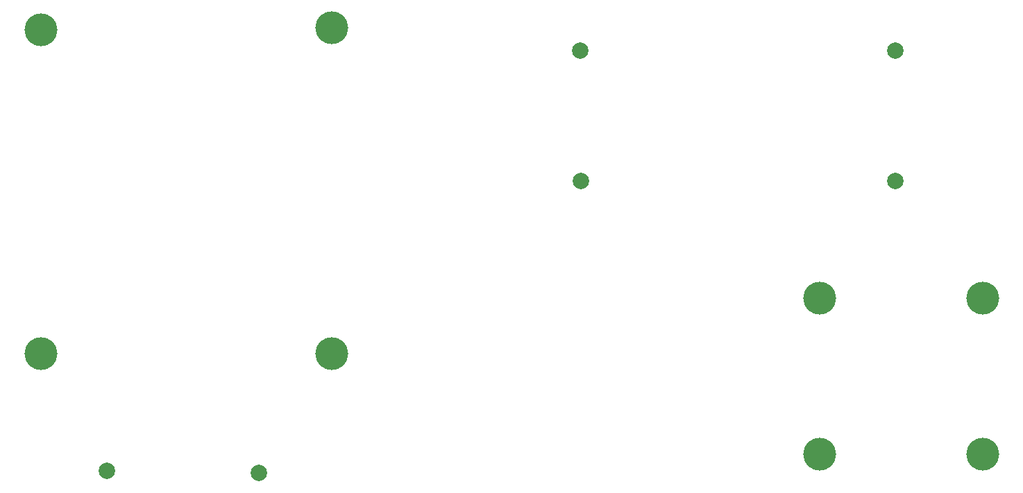
<source format=gbr>
%TF.GenerationSoftware,KiCad,Pcbnew,(6.0.9)*%
%TF.CreationDate,2023-01-16T22:49:29-05:00*%
%TF.ProjectId,rrc_pcb,7272635f-7063-4622-9e6b-696361645f70,rev?*%
%TF.SameCoordinates,Original*%
%TF.FileFunction,NonPlated,1,2,NPTH,Drill*%
%TF.FilePolarity,Positive*%
%FSLAX46Y46*%
G04 Gerber Fmt 4.6, Leading zero omitted, Abs format (unit mm)*
G04 Created by KiCad (PCBNEW (6.0.9)) date 2023-01-16 22:49:29*
%MOMM*%
%LPD*%
G01*
G04 APERTURE LIST*
%TA.AperFunction,ComponentDrill*%
%ADD10C,2.000000*%
%TD*%
%TA.AperFunction,ComponentDrill*%
%ADD11C,4.000000*%
%TD*%
G04 APERTURE END LIST*
D10*
%TO.C,GPS*%
X66836328Y-77574650D03*
X85416876Y-77829556D03*
%TO.C,Volt. Reg.*%
X124573223Y-26235000D03*
X124650000Y-42155000D03*
X163010000Y-26235000D03*
X163010000Y-42155000D03*
D11*
%TO.C,radio*%
X58793628Y-23742417D03*
X58793628Y-63242417D03*
X94293628Y-23492417D03*
X94293628Y-63242417D03*
%TO.C,IMU*%
X153815516Y-56512137D03*
X153815516Y-75562137D03*
X173700612Y-56512137D03*
X173700612Y-75562137D03*
M02*

</source>
